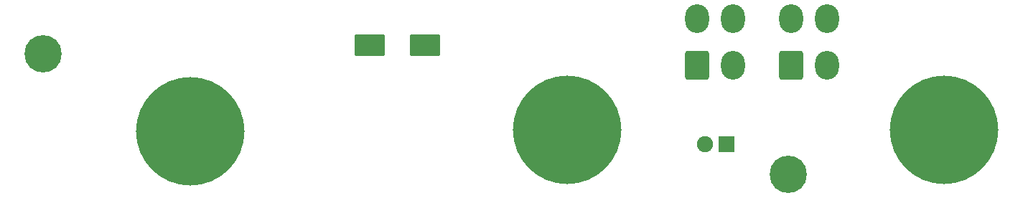
<source format=gbr>
%TF.GenerationSoftware,KiCad,Pcbnew,(6.0.9)*%
%TF.CreationDate,2023-04-01T12:24:36-08:00*%
%TF.ProjectId,ELEC PANEL,454c4543-2050-4414-9e45-4c2e6b696361,3*%
%TF.SameCoordinates,Original*%
%TF.FileFunction,Soldermask,Bot*%
%TF.FilePolarity,Negative*%
%FSLAX46Y46*%
G04 Gerber Fmt 4.6, Leading zero omitted, Abs format (unit mm)*
G04 Created by KiCad (PCBNEW (6.0.9)) date 2023-04-01 12:24:36*
%MOMM*%
%LPD*%
G01*
G04 APERTURE LIST*
G04 Aperture macros list*
%AMRoundRect*
0 Rectangle with rounded corners*
0 $1 Rounding radius*
0 $2 $3 $4 $5 $6 $7 $8 $9 X,Y pos of 4 corners*
0 Add a 4 corners polygon primitive as box body*
4,1,4,$2,$3,$4,$5,$6,$7,$8,$9,$2,$3,0*
0 Add four circle primitives for the rounded corners*
1,1,$1+$1,$2,$3*
1,1,$1+$1,$4,$5*
1,1,$1+$1,$6,$7*
1,1,$1+$1,$8,$9*
0 Add four rect primitives between the rounded corners*
20,1,$1+$1,$2,$3,$4,$5,0*
20,1,$1+$1,$4,$5,$6,$7,0*
20,1,$1+$1,$6,$7,$8,$9,0*
20,1,$1+$1,$8,$9,$2,$3,0*%
G04 Aperture macros list end*
%ADD10C,4.400000*%
%ADD11C,12.800000*%
%ADD12RoundRect,0.300000X-1.500000X-1.000000X1.500000X-1.000000X1.500000X1.000000X-1.500000X1.000000X0*%
%ADD13RoundRect,0.050000X0.900000X0.900000X-0.900000X0.900000X-0.900000X-0.900000X0.900000X-0.900000X0*%
%ADD14C,1.900000*%
%ADD15RoundRect,0.300001X-1.099999X-1.399999X1.099999X-1.399999X1.099999X1.399999X-1.099999X1.399999X0*%
%ADD16O,2.800000X3.400000*%
G04 APERTURE END LIST*
D10*
%TO.C,4*%
X128295400Y-140068300D03*
%TD*%
%TO.C,5*%
X40411400Y-125780800D03*
%TD*%
D11*
%TO.C,3*%
X146710400Y-134797800D03*
X146710400Y-134797800D03*
%TD*%
%TO.C,2*%
X102260400Y-134797800D03*
X102260400Y-134797800D03*
%TD*%
%TO.C,1*%
X57810400Y-134979916D03*
X57810400Y-134979916D03*
%TD*%
D12*
%TO.C,C1*%
X78970000Y-124780000D03*
X85470000Y-124780000D03*
%TD*%
D13*
%TO.C,D1*%
X121050000Y-136460000D03*
D14*
X118510000Y-136460000D03*
%TD*%
D15*
%TO.C,J1*%
X117580000Y-127180000D03*
D16*
X121780000Y-127180000D03*
X117580000Y-121680000D03*
X121780000Y-121680000D03*
%TD*%
D15*
%TO.C,J2*%
X128670000Y-127180000D03*
D16*
X132870000Y-127180000D03*
X128670000Y-121680000D03*
X132870000Y-121680000D03*
%TD*%
M02*

</source>
